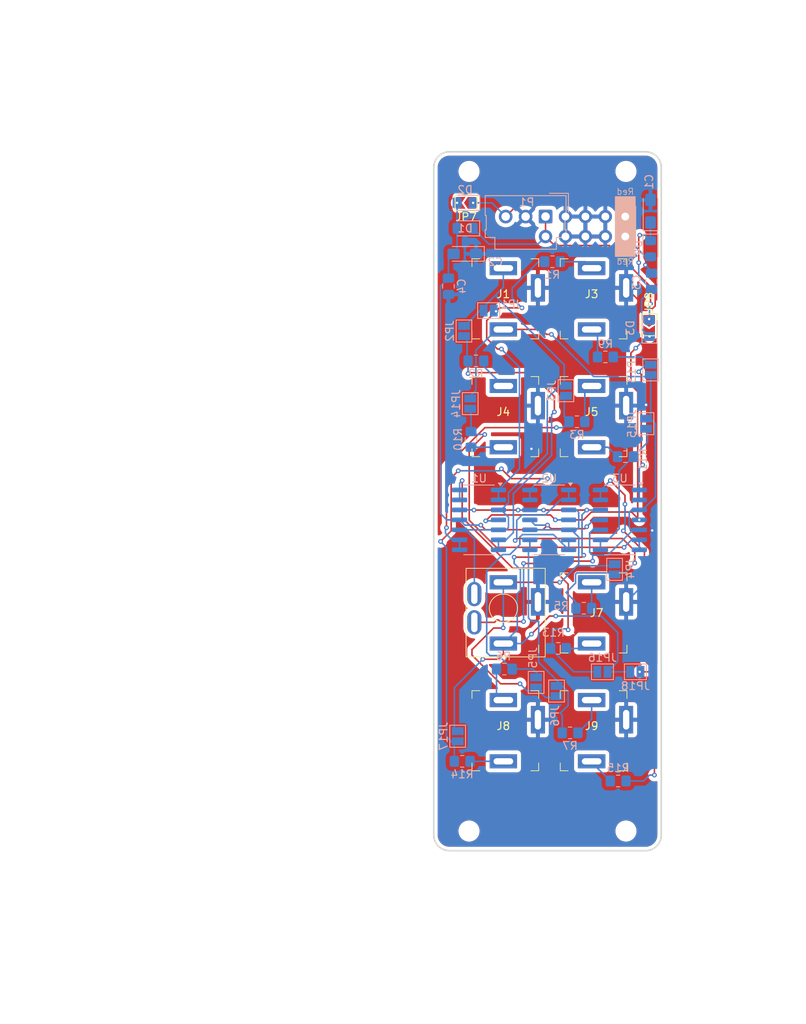
<source format=kicad_pcb>
(kicad_pcb (version 20240108) (generator "pcbnew") (generator_version "8.0")
  (layers (0 "F.Cu" signal) (31 "B.Cu" signal) (34 "B.Paste" user) (35 "F.Paste" user) (36 "B.SilkS" user "B.Silkscreen") (37 "F.SilkS" user "F.Silkscreen") (38 "B.Mask" user) (39 "F.Mask" user) (44 "Edge.Cuts" user))
  (net 0 "")
  (net 1 "Gnd")
  (net 2 "+12v")
  (net 3 "-12v")
  (net 4 "Net-(D1-K)")
  (net 5 "Net-(D2-K)")
  (net 6 "InputA_Audio")
  (net 7 "InputA_Clock")
  (net 8 "InputB_Clock")
  (net 9 "Net-(J3-PadR)")
  (net 10 "Net-(J3-PadT)")
  (net 11 "Net-(J4-PadT)")
  (net 12 "Net-(J4-PadR)")
  (net 13 "Net-(J5-PadT)")
  (net 14 "Net-(J5-PadR)")
  (net 15 "Net-(J7-PadR)")
  (net 16 "Net-(J7-PadT)")
  (net 17 "Net-(J8-PadR)")
  (net 18 "Net-(J8-PadT)")
  (net 19 "Net-(J9-PadT)")
  (net 20 "Net-(J9-PadR)")
  (net 21 "Net-(JP1-B)")
  (net 22 "Net-(JP2-B)")
  (net 23 "Net-(JP3-B)")
  (net 24 "Net-(JP4-B)")
  (net 25 "Net-(JP5-B)")
  (net 26 "Net-(JP6-B)")
  (net 27 "Net-(JP13-B)")
  (net 28 "Net-(JP14-B)")
  (net 29 "Net-(JP15-B)")
  (net 30 "Net-(JP16-B)")
  (net 31 "Net-(JP17-B)")
  (net 32 "Net-(JP18-B)")
  (net 33 "InputB_Audio")
  (footprint "MountingHole:MountingHole_2.2mm_M2" (layer "F.Cu") (at 85.25 115.875)
    (property "Reference" "H3")
    (property "Value" "MountingHole")
  )
  (footprint "MountingHole:MountingHole_2.2mm_M2" (layer "F.Cu") (at 105.25 115.875)
    (property "Reference" "H4")
    (property "Value" "MountingHole")
  )
  (footprint "MountingHole:MountingHole_2.2mm_M2" (layer "F.Cu") (at 105.25 31.875)
    (property "Reference" "H2")
    (property "Value" "MountingHole")
  )
  (footprint "0_Favorites:Jack_3.5mm_QingPu_WQP-PJ358Corrected" (layer "F.Cu") (at 89.625 87.5)
    (property "Reference" "J2" (hide yes))
    (property "Value" "In_B")
  )
  (footprint "0_Favorites:Jack_3.5mm_QingPu_WQP-PJ301CM" (layer "F.Cu") (at 100.875 87.5)
    (property "Reference" "J7")
    (property "Value" "Out_B1" (hide yes))
  )
  (footprint "Jumper:SolderJumper-2_P1.3mm_Open_TrianglePad1.0x1.5mm" (layer "F.Cu") (at 84.875 35.875 180)
    (property "Reference" "JP7")
    (property "Value" "V- Bypass")
  )
  (footprint "Jumper:SolderJumper-2_P1.3mm_Open_TrianglePad1.0x1.5mm" (layer "F.Cu") (at 108.2 51.4 -90)
    (property "Reference" "JP8")
    (property "Value" "V+ Bypass")
  )
  (footprint "0_Favorites:Jack_3.5mm_QingPu_WQP-PJ301CM" (layer "F.Cu") (at 89.625 47.5)
    (property "Reference" "J1")
    (property "Value" "In_A" (hide yes))
  )
  (footprint "MountingHole:MountingHole_2.2mm_M2" (layer "F.Cu") (at 85.25 31.875)
    (property "Reference" "H1")
    (property "Value" "MountingHole")
  )
  (footprint "0_Favorites:Jack_3.5mm_QingPu_WQP-PJ301CM" (layer "F.Cu") (at 89.625 62.5)
    (property "Reference" "J4")
    (property "Value" "Out_A2" (hide yes))
  )
  (footprint "0_Favorites:Jack_3.5mm_QingPu_WQP-PJ301CM" (layer "F.Cu") (at 100.875 102.5)
    (property "Reference" "J9")
    (property "Value" "Out_B3" (hide yes))
  )
  (footprint "0_Favorites:Jack_3.5mm_QingPu_WQP-PJ301CM" (layer "F.Cu") (at 89.625 102.5)
    (property "Reference" "J8")
    (property "Value" "Out_B2" (hide yes))
  )
  (footprint "0_Favorites:Jack_3.5mm_QingPu_WQP-PJ301CM" (layer "F.Cu") (at 100.875 62.5)
    (property "Reference" "J5")
    (property "Value" "Out_A3" (hide yes))
  )
  (footprint "0_Favorites:Jack_3.5mm_QingPu_WQP-PJ301CM" (layer "F.Cu") (at 100.875 47.5)
    (property "Reference" "J3")
    (property "Value" "Out_A1" (hide yes))
  )
  (footprint "Jumper:SolderJumper-2_P1.3mm_Open_Pad1.0x1.5mm" (layer "B.Cu") (at 102.25 95.6 180)
    (property "Reference" "JP16")
    (property "Value" "SolderJumper_2_Open")
  )
  (footprint "Jumper:SolderJumper-2_P1.3mm_Open_Pad1.0x1.5mm" (layer "B.Cu") (at 87.75 49.6)
    (property "Reference" "JP1")
    (property "Value" "SolderJumper_2_Open")
  )
  (footprint "Jumper:SolderJumper-2_P1.3mm_Open_Pad1.0x1.5mm" (layer "B.Cu") (at 108.4 57.15 90)
    (property "Reference" "JP13")
    (property "Value" "SolderJumper_2_Open")
  )
  (footprint "Resistor_SMD:R_0805_2012Metric_Pad1.20x1.40mm_HandSolder" (layer "B.Cu") (at 85.5 66 -90)
    (property "Reference" "R10")
    (property "Value" "1k")
  )
  (footprint "Capacitor_SMD:C_0805_2012Metric_Pad1.18x1.45mm_HandSolder" (layer "B.Cu") (at 108.5 45.875 90)
    (property "Reference" "C3")
    (property "Value" "100n")
  )
  (footprint "Jumper:SolderJumper-2_P1.3mm_Open_Pad1.0x1.5mm" (layer "B.Cu") (at 93.8 96.95 90)
    (property "Reference" "JP5")
    (property "Value" "SolderJumper_2_Open")
  )
  (footprint "CATs_Eurosynth:Power_2x5_Vertical" (layer "B.Cu") (at 95 37.625 -90)
    (property "Reference" "P2" (hide yes))
    (property "Value" "Power_2x5" (hide yes))
  )
  (footprint "Diode_SMD:D_0805_2012Metric_Pad1.15x1.40mm_HandSolder" (layer "B.Cu") (at 108.25 51.875 90)
    (property "Reference" "D3")
    (property "Value" "D")
  )
  (footprint "Capacitor_Tantalum_SMD:CP_EIA-3216-10_Kemet-I_Pad1.58x1.35mm_HandSolder" (layer "B.Cu") (at 108.375 36.9375 90)
    (property "Reference" "C1")
    (property "Value" "1u")
  )
  (footprint "Jumper:SolderJumper-2_P1.3mm_Open_Pad1.0x1.5mm" (layer "B.Cu") (at 96.4 98.05 90)
    (property "Reference" "JP6")
    (property "Value" "SolderJumper_2_Open")
  )
  (footprint "Resistor_SMD:R_0805_2012Metric_Pad1.20x1.40mm_HandSolder" (layer "B.Cu") (at 86.125 56)
    (property "Reference" "R2")
    (property "Value" "1k")
  )
  (footprint "Capacitor_SMD:C_0805_2012Metric_Pad1.18x1.45mm_HandSolder" (layer "B.Cu") (at 82.625 46.5 90)
    (property "Reference" "C4")
    (property "Value" "100n")
  )
  (footprint "Diode_SMD:D_0805_2012Metric_Pad1.15x1.40mm_HandSolder" (layer "B.Cu") (at 84.75 39.125 180)
    (property "Reference" "D1")
    (property "Value" "D")
  )
  (footprint "Jumper:SolderJumper-2_P1.3mm_Open_Pad1.0x1.5mm" (layer "B.Cu") (at 97.6 59.8 -90)
    (property "Reference" "JP3")
    (property "Value" "SolderJumper_2_Open")
  )
  (footprint "Resistor_SMD:R_0805_2012Metric_Pad1.20x1.40mm_HandSolder" (layer "B.Cu") (at 98.125 103.375)
    (property "Reference" "R7")
    (property "Value" "1k")
  )
  (footprint "Resistor_SMD:R_0805_2012Metric_Pad1.20x1.40mm_HandSolder" (layer "B.Cu") (at 102.625 55.5 180)
    (property "Reference" "R9")
    (property "Value" "1k")
  )
  (footprint "Package_SO:SOIC-14_3.9x8.7mm_P1.27mm" (layer "B.Cu") (at 86.525 76.25 180)
    (property "Reference" "U1")
    (property "Value" "Opamp_Quad")
  )
  (footprint "Jumper:SolderJumper-2_P1.3mm_Open_Pad1.0x1.5mm" (layer "B.Cu") (at 85.4 61.45 -90)
    (property "Reference" "JP14")
    (property "Value" "SolderJumper_2_Open")
  )
  (footprint "Resistor_SMD:R_0805_2012Metric_Pad1.20x1.40mm_HandSolder" (layer "B.Cu") (at 89.75 95.25 180)
    (property "Reference" "R6")
    (property "Value" "1k")
  )
  (footprint "Jumper:SolderJumper-2_P1.3mm_Open_Pad1.0x1.5mm" (layer "B.Cu") (at 84.6 52.2 -90)
    (property "Reference" "JP2")
    (property "Value" "SolderJumper_2_Open")
  )
  (footprint "Resistor_SMD:R_0805_2012Metric_Pad1.20x1.40mm_HandSolder" (layer "B.Cu") (at 95.875 43.375)
    (property "Reference" "R1")
    (property "Value" "1k")
  )
  (footprint "Resistor_SMD:R_0805_2012Metric_Pad1.20x1.40mm_HandSolder" (layer "B.Cu") (at 105.175 68.2 180)
    (property "Reference" "R11")
    (property "Value" "1k")
  )
  (footprint "Diode_SMD:D_0805_2012Metric_Pad1.15x1.40mm_HandSolder" (layer "B.Cu") (at 108.375 41.725 -90)
    (property "Reference" "D4")
    (property "Value" "D")
  )
  (footprint "Capacitor_Tantalum_SMD:CP_EIA-3216-10_Kemet-I_Pad1.58x1.35mm_HandSolder" (layer "B.Cu") (at 84.7125 42.375 180)
    (property "Reference" "C2")
    (property "Value" "1u")
  )
  (footprint "Jumper:SolderJumper-2_P1.3mm_Open_Pad1.0x1.5mm" (layer "B.Cu") (at 106.45 95.6)
    (property "Reference" "JP18")
    (property "Value" "SolderJumper_2_Open")
  )
  (footprint "Jumper:SolderJumper-2_P1.3mm_Open_Pad1.0x1.5mm" (layer "B.Cu") (at 103.8 82.55 -90)
    (property "Reference" "JP4")
    (property "Value" "SolderJumper_2_Open")
  )
  (footprint "Resistor_SMD:R_0805_2012Metric_Pad1.20x1.40mm_HandSolder" (layer "B.Cu") (at 104.25 109.5 180)
    (property "Reference" "R15")
    (property "Value" "1k")
  )
  (footprint "Resistor_SMD:R_0805_2012Metric_Pad1.20x1.40mm_HandSolder" (layer "B.Cu") (at 99.875 87.5)
    (property "Reference" "R5")
    (property "Value" "1k")
  )
  (footprint "Connector_Molex:Molex_SL_171971-0003_1x03_P2.54mm_Vertical" (layer "B.Cu") (at 95 37.625 180)
    (property "Reference" "P1")
    (property "Value" "Pocket Rack Power")
  )
  (footprint "Diode_SMD:D_0805_2012Metric_Pad1.15x1.40mm_HandSolder" (layer "B.Cu") (at 84.75 35.875 180)
    (property "Reference" "D2")
    (property "Value" "D")
  )
  (footprint "Resistor_SMD:R_0805_2012Metric_Pad1.20x1.40mm_HandSolder" (layer "B.Cu") (at 99 63.75)
    (property "Reference" "R3")
    (property "Value" "1k")
  )
  (footprint "Package_SO:SOIC-14_3.9x8.7mm_P1.27mm" (layer "B.Cu") (at 104.472554 76.250665 180)
    (property "Reference" "U3")
    (property "Value" "Opamp_Quad")
  )
  (footprint "Resistor_SMD:R_0805_2012Metric_Pad1.20x1.40mm_HandSolder" (layer "B.Cu") (at 96.625 92.625)
    (property "Reference" "R13")
    (property "Value" "1k")
  )
  (footprint "Jumper:SolderJumper-2_P1.3mm_Open_Pad1.0x1.5mm" (layer "B.Cu") (at 83.8 103.8 -90)
    (property "Reference" "JP17")
    (property "Value" "SolderJumper_2_Open")
  )
  (footprint "Jumper:SolderJumper-2_P1.3mm_Open_Pad1.0x1.5mm" (layer "B.Cu") (at 107.8 64 -90)
    (property "Reference" "JP15")
    (property "Value" "SolderJumper_2_Open")
  )
  (footprint "Resistor_SMD:R_0805_2012Metric_Pad1.20x1.40mm_HandSolder" (layer "B.Cu") (at 84.375 107)
    (property "Reference" "R14")
    (property "Value" "1k")
  )
  (footprint "Package_SO:SOIC-14_3.9x8.7mm_P1.27mm" (layer "B.Cu") (at 95.475 76.25 180)
    (property "Reference" "U2")
    (property "Value" "Opamp_Quad")
  )
  (gr_line (start 80.75 116.375) (end 80.75 31.375) (stroke (width 0.2)) (layer "Edge.Cuts"))
  (gr_line (start 109.75 31.375) (end 109.75 116.375) (stroke (width 0.2)) (layer "Edge.Cuts"))
  (gr_arc (start 107.75 29.375) (mid 109.164214 29.960786) (end 109.75 31.375) (stroke (width 0.2)) (layer "Edge.Cuts"))
  (gr_arc (start 80.75 31.375) (mid 81.335786 29.960786) (end 82.75 29.375) (stroke (width 0.2)) (layer "Edge.Cuts"))
  (gr_line (start 107.75 118.375) (end 82.75 118.375) (stroke (width 0.2)) (layer "Edge.Cuts"))
  (gr_arc (start 82.75 118.375) (mid 81.335786 117.789214) (end 80.75 116.375) (stroke (width 0.2)) (layer "Edge.Cuts"))
  (gr_arc (start 109.75 116.375) (mid 109.164214 117.789214) (end 107.75 118.375) (stroke (width 0.2)) (layer "Edge.Cuts"))
  (gr_line (start 82.75 29.375) (end 107.75 29.375) (stroke (width 0.2)) (layer "Edge.Cuts"))
  (segment (start 93 93.375) (end 93 93.5) (width 0.2) (layer "F.Cu") (net 1))
  (segment (start 108.975 45.043832) (end 108.975 48.998529) (width 0.2) (layer "F.Cu") (net 1))
  (segment (start 108.6 62.4) (end 107.8 61.6) (width 0.2) (layer "F.Cu") (net 1))
  (segment (start 93 93.5) (end 94.025 94.525) (width 0.2) (layer "F.Cu") (net 1))
  (segment (start 93.625 85.75) (end 93.348529 85.75) (width 0.2) (layer "F.Cu") (net 1))
  (segment (start 108.6 77.6) (end 108.6 62.4) (width 0.2) (layer "F.Cu") (net 1))
  (segment (start 107.925 49.35) (end 105.275 46.7) (width 0.2) (layer "F.Cu") (net 1))
  (segment (start 102.925 86.7) (end 105.275 86.7) (width 0.2) (layer "F.Cu") (net 1))
  (segment (start 96.25 93.375) (end 102.925 86.7) (width 0.2) (layer "F.Cu") (net 1))
  (segment (start 94.025 94.525) (end 94.025 101.7) (width 0.2) (layer "F.Cu") (net 1))
  (segment (start 107.732589 43.801421) (end 108.975 45.043832) (width 0.2) (layer "F.Cu") (net 1))
  (segment (start 108.975 48.998529) (end 108.623529 49.35) (width 0.2) (layer "F.Cu") (net 1))
  (segment (start 94.025 61.7) (end 94.423529 61.7) (width 0.2) (layer "F.Cu") (net 1))
  (segment (start 108.623529 49.35) (end 107.925 49.35) (width 0.2) (layer "F.Cu") (net 1))
  (segment (start 93 93.375) (end 96.25 93.375) (width 0.2) (layer "F.Cu") (net 1))
  (via (at 107.732589 43.801421) (size 0.6) (drill 0.3) (layers "F.Cu" "B.Cu") (net 1))
  (via (at 108.6 77.6) (size 0.6) (drill 0.3) (layers "F.Cu" "B.Cu") (net 1))
  (via (at 93.2 67.2) (size 0.6) (drill 0.3) (layers "F.Cu" "B.Cu") (net 1))
  (via (at 107.8 61.6) (size 0.6) (drill 0.3) (layers "F.Cu" "B.Cu") (net 1))
  (segment (start 108.5 44.8375) (end 108.5 44.568832) (width 0.2) (layer "B.Cu") (net 1))
  (segment (start 105.275 86.7) (end 108.6 83.375) (width 0.2) (layer "B.Cu") (net 1))
  (segment (start 107.8 61.6) (end 107.2 61.6) (width 0.2) (layer "B.Cu") (net 1))
  (segment (start 107.2 61.6) (end 107.1 61.7) (width 0.2) (layer "B.Cu") (net 1))
  (segment (start 107.1 61.7) (end 105.275 61.7) (width 0.2) (layer "B.Cu") (net 1))
  (segment (start 108.5 44.568832) (end 107.732589 43.801421) (width 0.2) (layer "B.Cu") (net 1))
  (segment (start 108.6 83.375) (end 108.6 77.6) (width 0.2) (layer "B.Cu") (net 1))
  (segment (start 93.625 85.75) (end 93.625 85.875) (width 0.2) (layer "B.Cu") (net 1))
  (segment (start 106.75 59.925) (end 105.875 59.05) (width 0.2) (layer "F.Cu") (net 2))
  (segment (start 105.946889 75.25) (end 100.848529 75.25) (width 0.2) (layer "F.Cu") (net 2))
  (segment (start 88.125 75.625) (end 87.375 76.375) (width 0.2) (layer "F.Cu") (net 2))
  (segment (start 106.947554 76.250665) (end 106.75 76.053111) (width 0.2) (layer "F.Cu") (net 2))
  (segment (start 106.875 43.5) (end 106.875 40.125) (width 0.2) (layer "F.Cu") (net 2))
  (segment (start 106.947554 76.250665) (end 105.946889 75.25) (width 0.2) (layer "F.Cu") (net 2))
  (segment (start 96.25 76.25) (end 95.625 75.625) (width 0.2) (layer "F.Cu") (net 2))
  (segment (start 99.848529 76.25) (end 96.25 76.25) (width 0.2) (layer "F.Cu") (net 2))
  (segment (start 106.875 40.125) (end 107 40) (width 0.2) (layer "F.Cu") (net 2))
  (segment (start 105.875 55) (end 106.5 54.375) (width 0.2) (layer "F.Cu") (net 2))
  (segment (start 108.2 52.125) (end 108.2 52.85) (width 0.2) (layer "F.Cu") (net 2))
  (segment (start 95.625 75.625) (end 88.125 75.625) (width 0.2) (layer "F.Cu") (net 2))
  (segment (start 108.2 52.85) (end 108.25 52.9) (width 0.2) (layer "F.Cu") (net 2))
  (segment (start 105.875 59.05) (end 105.875 55) (width 0.2) (layer "F.Cu") (net 2))
  (segment (start 100.848529 75.25) (end 99.848529 76.25) (width 0.2) (layer "F.Cu") (net 2))
  (segment (start 106.75 76.053111) (end 106.75 59.925) (width 0.2) (layer "F.Cu") (net 2))
  (via (at 87.375 76.375) (size 0.6) (drill 0.3) (layers "F.Cu" "B.Cu") (net 2))
  (via (at 108.25 52.9) (size 0.6) (drill 0.3) (layers "F.Cu" "B.Cu") (net 2))
  (via (at 106.947554 76.250665) (size 0.6) (drill 0.3) (layers "F.Cu" "B.Cu") (net 2))
  (via (at 106.5 54.375) (size 0.6) (drill 0.3) (layers "F.Cu" "B.Cu") (net 2))
  (via (at 107 40) (size 0.6) (drill 0.3) (layers "F.Cu" "B.Cu") (net 2))
  (via (at 96.25 76.25) (size 0.6) (drill 0.3) (layers "F.Cu" "B.Cu") (net 2))
  (via (at 106.875 43.5) (size 0.6) (drill 0.3) (layers "F.Cu" "B.Cu") (net 2))
  (segment (start 88.875 76.375) (end 89 76.25) (width 0.2) (layer "B.Cu") (net 2))
  (segment (start 108.5 46.9125) (end 106.875 45.2875) (width 0.2) (layer "B.Cu") (net 2))
  (segment (start 87.375 76.375) (end 88.875 76.375) (width 0.2) (layer "B.Cu") (net 2))
  (segment (start 106.875 45.2875) (end 106.875 43.5) (width 0.2) (layer "B.Cu") (net 2))
  (segment (start 96.25 76.25) (end 97.95 76.25) (width 0.2) (layer "B.Cu") (net 2))
  (segment (start 108.25 52.9) (end 107.975 52.9) (width 0.2) (layer "B.Cu") (net 2))
  (segment (start 107.25 48.1625) (end 107.25 51.9) (width 0.2) (layer "B.Cu") (net 2))
  (segment (start 107.25 51.9) (end 108.25 52.9) (width 0.2) (layer "B.Cu") (net 2))
  (segment (start 108.375 38.375) (end 108.375 40.7) (width 0.2) (layer "B.Cu") (net 2))
  (segment (start 108.5 46.9125) (end 107.25 48.1625) (width 0.2) (layer "B.Cu") (net 2))
  (segment (start 107.975 52.9) (end 106.5 54.375) (width 0.2) (layer "B.Cu") (net 2))
  (segment (start 107 40) (end 107.675 40) (width 0.2) (layer "B.Cu") (net 2))
  (segment (start 107.675 40) (end 108.375 40.7) (width 0.2) (layer "B.Cu") (net 2))
  (segment (start 95.25 76.92) (end 94.67 77.5) (width 0.2) (layer "F.Cu") (net 3))
  (segment (start 84.15 35.875) (end 83.725 35.875) (width 0.2) (layer "F.Cu") (net 3))
  (segment (start 94.67 77.5) (end 87.33 77.5) (width 0.2) (layer "F.Cu") (net 3))
  (segment (start 95.705 77.375) (end 100 77.375) (width 0.2) (layer "F.Cu") (net 3))
  (segment (start 100 77.375) (end 100.25 77.125) (width 0.2) (layer "F.Cu") (net 3))
  (segment (start 87.33 77.5) (end 86.75 76.92) (width 0.2) (layer "F.Cu") (net 3))
  (segment (start 95.25 76.92) (end 95.705 77.375) (width 0.2) (layer "F.Cu") (net 3))
  (via (at 95.25 76.92) (size 0.6) (drill 0.3) (layers "F.Cu" "B.Cu") (net 3))
  (via (at 100.25 77.125) (size 0.6) (drill 0.3) (layers "F.Cu" "B.Cu") (net 3))
  (via (at 83.725 35.875) (size 0.6) (drill 0.3) (layers "F.Cu" "B.Cu") (net 3))
  (via (at 86.75 76.92) (size 0.6) (drill 0.3) (layers "F.Cu" "B.Cu") (net 3))
  (segment (start 83.725 41.925) (end 83.275 42.375) (width 0.2) (layer "B.Cu") (net 3))
  (segment (start 84.05 76.25) (end 82.4125 76.25) (width 0.2) (layer "B.Cu") (net 3))
  (segment (start 82.625 45.4625) (end 82.625 43.025) (width 0.2) (layer "B.Cu") (net 3))
  (segment (start 93.67 76.92) (end 93 76.25) (width 0.2) (layer "B.Cu") (net 3))
  (segment (start 82.625 43.025) (end 83.275 42.375) (width 0.2) (layer "B.Cu") (net 3))
  (segment (start 86.75 76.92) (end 84.72 76.92) (width 0.2) (layer "B.Cu") (net 3))
  (segment (start 83.725 35.875) (end 83.725 39.125) (width 0.2) (layer "B.Cu") (net 3))
  (segment (start 95.25 76.92) (end 93.67 76.92) (width 0.2) (layer "B.Cu") (net 3))
  (segment (start 81.6 46.4875) (end 82.625 45.4625) (width 0.2) (layer "B.Cu") (net 3))
  (segment (start 81.6 75.4375) (end 81.6 46.4875) (width 0.2) (layer "B.Cu") (net 3))
  (segment (start 83.725 39.125) (end 83.725 41.925) (width 0.2) (layer "B.Cu") (net 3))
  (segment (start 82.4125 76.25) (end 81.6 75.4375) (width 0.2) (layer "B.Cu") (net 3))
  (segment (start 84.72 76.92) (end 84.05 76.25) (width 0.2) (layer "B.Cu") (net 3))
  (segment (start 101.124335 76.250665) (end 101.997554 76.250665) (width 0.2) (layer "B.Cu") (net 3))
  (segment (start 100.25 77.125) (end 101.124335 76.250665) (width 0.2) (layer "B.Cu") (net 3))
  (segment (start 108.2 50.6) (end 108.2 50.675) (width 0.2) (layer "F.Cu") (net 4))
  (segment (start 96.15 41.315) (end 95 40.165) (width 0.2) (layer "F.Cu") (net 4))
  (segment (start 103.14 41.315) (end 96.15 41.315) (width 0.2) (layer "F.Cu") (net 4))
  (segment (start 108.375 46.55) (end 103.14 41.315) (width 0.2) (layer "F.Cu") (net 4))
  (segment (start 95 37.625) (end 95 40.165) (width 0.2) (layer "F.Cu") (net 4))
  (segment (start 108.375 48.75) (end 108.375 46.55) (width 0.2) (layer "F.Cu") (net 4))
  (via (at 108.375 48.75) (size 0.6) (drill 0.3) (layers "F.Cu" "B.Cu") (net 4))
  (via (at 108.2 50.675) (size 0.6) (drill 0.3) (layers "F.Cu" "B.Cu") (net 4))
  (segment (start 85.775 39.125) (end 87.775 41.125) (width 0.2) (layer "B.Cu") (net 4))
  (segment (start 108.25 50.85) (end 108.25 48.875) (width 0.2) (layer "B.Cu") (net 4))
  (segment (start 94.04 41.125) (end 95 40.165) (width 0.2) (layer "B.Cu") (net 4))
  (segment (start 108.25 48.875) (end 108.375 48.75) (width 0.2) (layer "B.Cu") (net 4))
  (segment (start 87.775 41.125) (end 94.04 41.125) (width 0.2) (layer "B.Cu") (net 4))
  (segment (start 105.16 37.625) (end 103.16 35.625) (width 0.2) (layer "F.Cu") (net 5))
  (segment (start 85.6 35.875) (end 85.775 35.875) (width 0.2) (layer "F.Cu") (net 5))
  (segment (start 91.92 35.625) (end 89.92 37.625) (width 0.2) (layer "F.Cu") (net 5))
  (segment (start 103.16 35.625) (end 91.92 35.625) (width 0.2) (layer "F.Cu") (net 5))
  (segment (start 105.16 37.625) (end 105.16 40.165) (width 0.2) (layer "F.Cu") (net 5))
  (via (at 85.775 35.875) (size 0.6) (drill 0.3) (layers "F.Cu" "B.Cu") (net 5))
  (segment (start 88.17 35.875) (end 89.92 37.625) (width 0.2) (layer "B.Cu") (net 5))
  (segment (start 107.745 42.75) (end 105.16 40.165) (width 0.2) (layer "B.Cu") (net 5))
  (segment (start 85.775 35.875) (end 88.17 35.875) (width 0.2) (layer "B.Cu") (net 5))
  (segment (start 108.375 42.75) (end 107.745 42.75) (width 0.2) (layer "B.Cu") (net 5))
  (segment (start 89.625 44.2) (end 89.625 46.625) (width 0.2) (layer "B.Cu") (net 6))
  (segment (start 85.875 78.625) (end 84.77 77.52) (width 0.2) (layer "B.Cu") (net 6))
  (segment (start 89.345552 74.98) (end 89 74.98) (width 0.2) (layer "B.Cu") (net 6))
  (segment (start 89.625 46.625) (end 88.75 47.5) (width 0.2) (layer "B.Cu") (net 6))
  (segment (start 88.75 47.875) (end 88.75 47.5) (width 0.2) (layer "B.Cu") (net 6))
  (segment (start 89 77.52) (end 89.974999 77.52) (width 0.2) (layer "B.Cu") (net 6))
  (segment (start 97.375 56.5) (end 88.75 47.875) (width 0.2) (layer "B.Cu") (net 6))
  (segment (start 89.974999 77.52) (end 90.275 77.219999) (width 0.2) (layer "B.Cu") (net 6))
  (segment (start 88.75 47.5) (end 85 51.25) (width 0.2) (layer "B.Cu") (net 6))
  (segment (start 85.875 78.625) (end 85.925 78.675) (width 0.2) (layer "B.Cu") (net 6))
  (segment (start 85.925 78.675) (end 85.925 85.7) (width 0.2) (layer "B.Cu") (net 6))
  (segment (start 90.275 75.909448) (end 89.345552 74.98) (width 0.2) (layer "B.Cu") (net 6))
  (segment (start 84.77 77.52) (end 84.05 77.52) (width 0.2) (layer "B.Cu") (net 6))
  (segment (start 90.275 72.780552) (end 90.275 74.050552) (width 0.2) (layer "B.Cu") (net 6))
  (segment (start 90.275 77.219999) (end 90.275 75.909448) (width 0.2) (layer "B.Cu") (net 6))
  (segment (start 97.375 58.625) (end 95.225 60.775) (width 0.2) (layer "B.Cu") (net 6))
  (segment (start 97.375 58.625) (end 97.375 56.5) (width 0.2) (layer "B.Cu") (net 6))
  (segment (start 89 77.52) (end 84.05 77.52) (width 0.2) (layer "B.Cu") (net 6))
  (segment (start 95.225 60.775) (end 95.225 67.830552) (width 0.2) (layer "B.Cu") (net 6))
  (segment (start 90.275 74.050552) (end 89.345552 74.98) (width 0.2) (layer "B.Cu") (net 6))
  (segment (start 95.225 67.830552) (end 90.275 72.780552) (width 0.2) (layer "B.Cu") (net 6))
  (segment (start 98.325 81.8) (end 98.625 81.5) (width 0.2) (layer "F.Cu") (net 7))
  (segment (start 88.8 89) (end 89 89) (width 0.2) (layer "F.Cu") (net 7))
  (segment (start 98.625 81.5) (end 101 81.5) (width 0.2) (layer "F.Cu") (net 7))
  (segment (start 95.125 52.625) (end 94.5 52) (width 0.2) (layer "F.Cu") (net 7))
  (segment (start 88.5 89.3) (end 88.8 89) (width 0.2) (layer "F.Cu") (net 7))
  (segment (start 94.5 52) (end 89.625 52) (width 0.2) (layer "F.Cu") (net 7))
  (segment (start 85.925 89.3) (end 88.5 89.3) (width 0.2) (layer "F.Cu") (net 7))
  (segment (start 92.2 81.8) (end 98.325 81.8) (width 0.2) (layer "F.Cu") (net 7))
  (segment (start 89.2 89.2) (end 92.2 89.2) (width 0.2) (layer "F.Cu") (net 7))
  (segment (start 95.75 52.625) (end 95.125 52.625) (width 0.2) (layer "F.Cu") (net 7))
  (segment (start 89 89) (end 89.2 89.2) (width 0.2) (layer "F.Cu") (net 7))
  (via (at 101 81.5) (size 0.6) (drill 0.3) (layers "F.Cu" "B.Cu") (net 7))
  (via (at 92.2 89.2) (size 0.6) (drill 0.3) (layers "F.Cu" "B.Cu") (net 7))
  (via (at 95.75 52.625) (size 0.6) (drill 0.3) (layers "F.Cu" "B.Cu") (net 7))
  (via (at 92.2 81.8) (size 0.6) (drill 0.3) (layers "F.Cu" "B.Cu") (net 7))
  (segment (start 109 73.33633) (end 107.355665 74.980665) (width 0.2) (layer "B.Cu") (net 7))
  (segment (start 89.625 52) (end 88.775 52) (width 0.2) (layer "B.Cu") (net 7))
  (segment (start 100.625 80.375) (end 101 80.75) (width 0.2) (layer "B.Cu") (net 7))
  (segment (start 106.947554 74.980665) (end 105.972555 74.980665) (width 0.2) (layer "B.Cu") (net 7))
  (segment (start 101.997554 77.520665) (end 101.022555 77.520665) (width 0.2) (layer "B.Cu") (net 7))
  (segment (start 108.4 63.4) (end 109 64) (width 0.2) (layer "B.Cu") (net 7))
  (segment (start 100.625 77.91822) (end 100.625 80.375) (width 0.2) (layer "B.Cu") (net 7))
  (segment (start 95.75 52.625) (end 101.125 58) (width 0.2) (layer "B.Cu") (net 7))
  (segment (start 101.022555 77.520665) (end 100.625 77.91822) (width 0.2) (layer "B.Cu") (net 7))
  (segment (start 109 64) (end 109 73.33633) (width 0.2) (layer "B.Cu") (net 7))
  (segment (start 92.2 89.2) (end 92.2 81.8) (width 0.2) (layer "B.Cu") (net 7))
  (segment (start 107.355665 74.980665) (end 106.947554 74.980665) (width 0.2) (layer "B.Cu") (net 7))
  (segment (start 108.2 58) (end 108.4 57.8) (width 0.2) (layer "B.Cu") (net 7))
  (segment (start 105.672554 77.220664) (end 105.972555 77.520665) (width 0.2) (layer "B.Cu") (net 7))
  (segment (start 88.775 52) (end 86.125 54.65) (width 0.2) (layer "B.Cu") (net 7))
  (segment (start 106.153106 77.520665) (end 106.947554 77.520665) (width 0.2) (layer "B.Cu") (net 7))
  (segment (start 105.972555 77.520665) (end 106.947554 77.520665) (width 0.2) (layer "B.Cu") (net 7))
  (segment (start 86.125 59.75) (end 85.375 60.5) (width 0.2) (layer "B.Cu") (net 7))
  (segment (start 108.4 57.8) (end 108.4 63.4) (width 0.2) (layer "B.Cu") (net 7))
  (segment (start 102.923771 80.75) (end 106.153106 77.520665) (width 0.2) (layer "B.Cu") (net 7))
  (segment (start 101 81.5) (end 101 80.75) (width 0.2) (layer "B.Cu") (net 7))
  (segment (start 86.125 54.65) (end 86.125 59.75) (width 0.2) (layer "B.Cu") (net 7))
  (segment (start 101 80.75) (end 102.923771 80.75) (width 0.2) (layer "B.Cu") (net 7))
  (segment (start 105.672554 75.280666) (end 105.672554 77.220664) (width 0.2) (layer "B.Cu") (net 7))
  (segment (start 101.125 58) (end 108.2 58) (width 0.2) (layer "B.Cu") (net 7))
  (segment (start 105.972555 74.980665) (end 105.672554 75.280666) (width 0.2) (layer "B.Cu") (net 7))
  (segment (start 94.75 75) (end 100.25 75) (width 0.2) (layer "F.Cu") (net 8))
  (segment (start 87 94) (end 88.956371 94) (width 0.2) (layer "F.Cu") (net 8))
  (segment (start 89.625 93.331371) (end 88.956371 94) (width 0.2) (layer "F.Cu") (net 8))
  (segment (start 89.625 92) (end 89.625 93.331371) (width 0.2) (layer "F.Cu") (net 8))
  (segment (start 99.625 81) (end 91 81) (width 0.2) (layer "F.Cu") (net 8))
  (segment (start 85.875 75) (end 91.5 75) (width 0.2) (layer "F.Cu") (net 8))
  (segment (start 99.875 80.75) (end 99.625 81) (width 0.2) (layer "F.Cu") (net 8))
  (segment (start 95.5 88.5) (end 96.3 88.5) (width 0.2) (layer "F.Cu") (net 8))
  (segment (start 93.2 90.8) (end 95.5 88.5) (width 0.2) (layer "F.Cu") (net 8))
  (via (at 91.5 75) (size 0.6) (drill 0.3) (layers "F.Cu" "B.Cu") (net 8))
  (via (at 85.875 75) (size 0.6) (drill 0.3) (layers "F.Cu" "B.Cu") (net 8))
  (via (at 93.2 90.8) (size 0.6) (drill 0.3) (layers "F.Cu" "B.Cu") (net 8))
  (via (at 87 94) (size 0.6) (drill 0.3) (layers "F.Cu" "B.Cu") (net 8))
  (via (at 94.75 75) (size 0.6) (drill 0.3) (layers "F.Cu" "B.Cu") (net 8))
  (via (at 96.3 88.5) (size 0.6) (drill 0.3) (layers "F.Cu" "B.Cu") (net 8))
  (via (at 91 81) (size 0.6) (drill 0.3) (layers "F.Cu" "B.Cu") (net 8))
  (via (at 100.25 75) (size 0.6) (drill 0.3) (layers "F.Cu" "B.Cu") (net 8))
  (via (at 99.875 80.75) (size 0.6) (drill 0.3) (layers "F.Cu" "B.Cu") (net 8))
  (segment (start 91.5 75) (end 92.98 75) (width 0.2) (layer "B.Cu") (net 8))
  (segment (start 99.875 80.75) (end 99.65 80.525) (width 0.2) (layer "B.Cu") (net 8))
  (segment (start 105.8 95.6) (end 102.9 95.6) (width 0.2) (layer "B.Cu") (net 8))
  (segment (start 85.855 74.98) (end 85.875 75) (width 0.2) (layer "B.Cu") (net 8))
  (segment (start 91.8 85.234315) (end 91.4 85.634315) (width 0.2) (layer "B.Cu") (net 8))
  (segment (start 96.25 88.5) (end 96.3 88.5) (width 0.2) (layer "B.Cu") (net 8))
  (segment (start 83.375 102.875) (end 83.375 97.625) (width 0.2) (layer "B.Cu") (net 8))
  (segment (start 101.978219 75) (end 101.997554 74.980665) (width 0.2) (layer "B.Cu") (net 8))
  (segment (start 96.3 88.5) (end 102.1 88.5) (width 0.2) (layer "B.Cu") (net 8))
  (segment (start 91 81.8) (end 91.8 82.6) (width 0.2) (layer "B.Cu") (net 8))
  (segment (start 84.05 74.98) (end 85.855 74.98) (width 0.2) (layer "B.Cu") (net 8))
  (segment (start 91.8 82.6) (end 91.8 85.234315) (width 0.2) (layer "B.Cu") (net 8))
  (segment (start 104.2 90.6) (end 104.2 94.3) (width 0.2) (layer "B.Cu") (net 8))
  (segment (start 91.4 90.225) (end 89.625 92) (width 0.2) (layer "B.Cu") (net 8))
  (segment (start 92 92) (end 93.2 90.8) (width 0.2) (layer "B.Cu") (net 8))
  (segment (start 102.1 88.5) (end 104.2 90.6) (width 0.2) (layer "B.Cu") (net 8))
  (segment (start 91.4 85.634315) (end 91.4 90.225) (width 0.2) (layer "B.Cu") (net 8))
  (segment (start 91 81) (end 91 81.8) (width 0.2) (layer "B.Cu") (net 8))
  (segment (start 83.375 97.625) (end 87 94) (width 0.2) (layer "B.Cu") (net 8))
  (segment (start 99.65 80.525) (end 99.65 75.6) (width 0.2) (layer "B.Cu") (net 8))
  (segment (start 94.73 74.98) (end 94.75 75) (width 0.2) (layer "B.Cu") (net 8))
  (segment (start 93 74.98) (end 94.73 74.98) (width 0.2) (layer "B.Cu") (net 8))
  (segment (start 89.625 92) (end 92 92) (width 0.2) (layer "B.Cu") (net 8))
  (segment (start 100.25 75) (end 101.978219 75) (width 0.2) (layer "B.Cu") (net 8))
  (segment (start 99.65 75.6) (end 100.25 75) (width 0.2) (layer "B.Cu") (net 8))
  (segment (start 92.98 75) (end 93 74.98) (width 0.2) (layer "B.Cu") (net 8))
  (segment (start 104.2 94.3) (end 102.9 95.6) (width 0.2) (layer "B.Cu") (net 8))
  (segment (start 100.05 43.375) (end 100.875 44.2) (width 0.2) (layer "B.Cu") (net 9))
  (segment (start 96.875 43.375) (end 100.05 43.375) (width 0.2) (layer "B.Cu") (net 9))
  (segment (start 101.625 52.75) (end 100.875 52) (width 0.2) (layer "B.Cu") (net 10))
  (segment (start 101.625 55.5) (end 101.625 52.75) (width 0.2) (layer "B.Cu") (net 10))
  (segment (start 89.625 67) (end 85.5 67) (width 0.2) (layer "B.Cu") (net 11))
  (segment (start 87.125 56) (end 87.125 56.7) (width 0.2) (layer "B.Cu") (net 12))
  (segment (start 87.125 56.7) (end 89.625 59.2) (width 0.2) (layer "B.Cu") (net 12))
  (segment (start 102.975 67) (end 104.175 68.2) (width 0.2) (layer "B.Cu") (net 13))
  (segment (start 100.875 67) (end 102.975 67) (width 0.2) (layer "B.Cu") (net 13))
  (segment (start 100 63.75) (end 100 60.075) (width 0.2) (layer "B.Cu") (net 14))
  (segment (start 100 60.075) (end 100.875 59.2) (width 0.2) (layer "B.Cu") (net 14))
  (segment (start 100.875 84.2) (end 100.875 87.5) (width 0.2) (layer "B.Cu") (net 15))
  (segment (start 97.625 92.625) (end 100.25 92.625) (width 0.2) (layer "B.Cu") (net 16))
  (segment (start 100.25 92.625) (end 100.875 92) (width 0.2) (layer "B.Cu") (net 16))
  (segment (start 88.75 98.325) (end 89.625 99.2) (width 0.2) (layer "B.Cu") (net 17))
  (segment (start 88.75 95.25) (end 88.75 98.325) (width 0.2) (layer "B.Cu") (net 17))
  (segment (start 85.375 107) (end 89.625 107) (width 0.2) (layer "B.Cu") (net 18))
  (segment (start 100.875 107) (end 100.875 107.125) (width 0.2) (layer "B.Cu") (net 19))
  (segment (start 100.875 107.125) (end 103.25 109.5) (width 0.2) (layer "B.Cu") (net 19))
  (segment (start 100.875 101.625) (end 99.125 103.375) (width 0.2) (layer "B.Cu") (net 20))
  (segment (start 100.875 99.2) (end 100.875 101.625) (width 0.2) (layer "B.Cu") (net 20))
  (segment (start 88.6875 49.6875) (end 89.125 49.25) (width 0.2) (layer "F.Cu") (net 21))
  (segment (start 87.5 53.125) (end 87.5 50.875) (width 0.2) (layer "F.Cu") (net 21))
  (segment (start 87.5 50.875) (end 88.6875 49.6875) (width 0.2) (layer "F.Cu") (net 21))
  (segment (start 89.375 54.5) (end 88.875 54.5) (width 0.2) (layer "F.Cu") (net 21))
  (segment (start 88.875 54.5) (end 87.5 53.125) (width 0.2) (layer "F.Cu") (net 21))
  (segment (start 89.125 49.25) (end 92 49.25) (width 0.2) (layer "F.Cu") (net 21))
  (via (at 92 49.25) (size 0.6) (drill 0.3) (layers "F.Cu" "B.Cu") (net 21))
  (via (at 89.375 54.5) (size 0.6) (drill 0.3) (layers "F.Cu" "B.Cu") (net 21))
  (via (at 88.6875 49.6875) (size 0.6) (drill 0.3) (layers "F.Cu" "B.Cu") (net 21))
  (segment (start 90.75 46.725) (end 94.1 43.375) (width 0.2) (layer "B.Cu") (net 21))
  (segment (start 90.75 48) (end 90.75 46.725) (width 0.2) (layer "B.Cu") (net 21))
  (segment (start 94.1 43.375) (end 94.875 43.375) (width 0.2) (layer "B.Cu") (net 21))
  (segment (start 88.4 49.6) (end 88.6 49.6) (width 0.2) (layer "B.Cu") (net 21))
  (segment (start 89 72.44) (end 91.675 69.765) (width 0.2) (layer "B.Cu") (net 21))
  (segment (start 89 72.44) (end 89 73.71) (width 0.2) (layer "B.Cu") (net 21))
  (segment (start 91.675 69.765) (end 91.675 56.8) (width 0.2) (layer "B.Cu") (net 21))
  (segment (start 92 49.25) (end 90.75 48) (width 0.2) (layer "B.Cu") (net 21))
  (segment (start 91.675 56.8) (end 89.375 54.5) (width 0.2) (layer "B.Cu") (net 21))
  (segment (start 88.6 49.6) (end 88.6875 49.6875) (width 0.2) (layer "B.Cu") (net 21))
  (segment (start 96.125 62.5) (end 96.125 60.55) (width 0.2) (layer "F.Cu") (net 22))
  (segment (start 85.25 57.5) (end 85.125 57.625) (width 0.2) (layer "F.Cu") (net 22))
  (segment (start 85.25 57.5) (end 93.075 57.5) (width 0.2) (layer "F.Cu") (net 22))
  (segment (start 96.125 60.55) (end 93.075 57.5) (width 0.2) (layer "F.Cu") (net 22))
  (via (at 85.125 57.625) (size 0.6) (drill 0.3) (layers "F.Cu" "B.Cu") (net 22))
  (via (at 96.125 62.5) (size 0.6) (drill 0.3) (layers "F.Cu" "B.Cu") (net 22))
  (segment (start 89 78.79) (end 89.974999 78.79) (width 0.2) (layer "B.Cu") (net 22))
  (segment (start 85 55.875) (end 85.125 56) (width 0.2) (layer "B.Cu") (net 22))
  (segment (start 89.974999 78.79) (end 90.9 77.864999) (width 0.2) (layer "B.Cu") (net 22))
  (segment (start 89 78.79) (end 89 80.06) (width 0.2) (layer "B.Cu") (net 22))
  (segment (start 85 53.25) (end 85 55.875) (width 0.2) (layer "B.Cu") (net 22))
  (segment (start 85.125 57.625) (end 85.125 56) (width 0.2) (layer "B.Cu") (net 22))
  (segment (start 95.775 68.049448) (end 95.775 62.85) (width 0.2) (layer "B.Cu") (net 22))
  (segment (start 90.9 72.924448) (end 95.775 68.049448) (width 0.2) (layer "B.Cu") (net 22))
  (segment (start 95.775 62.85) (end 96.125 62.5) (width 0.2) (layer "B.Cu") (net 22))
  (segment (start 90.9 77.864999) (end 90.9 72.924448) (width 0.2) (layer "B.Cu") (net 22))
  (segment (start 82.375 77.25) (end 82.375 69.401471) (width 0.2) (layer "F.Cu") (net 23))
  (segment (start 82.375 69.401471) (end 87.276471 64.5) (width 0.2) (layer "F.Cu") (net 23))
  (segment (start 87.276471 64.5) (end 96.375 64.5) (width 0.2) (layer "F.Cu") (net 23))
  (via (at 96.375 64.5) (size 0.6) (drill 0.3) (layers "F.Cu" "B.Cu") (net 23))
  (via (at 82.375 77.25) (size 0.6) (drill 0.3) (layers "F.Cu" "B.Cu") (net 23))
  (segment (start 97.375 60.625) (end 97.375 63.125) (width 0.2) (layer "B.Cu") (net 23))
  (segment (start 97.25 64.5) (end 98 63.75) (width 0.2) (layer "B.Cu") (net 23))
  (segment (start 96.375 64.5) (end 97.25 64.5) (width 0.2) (layer "B.Cu") (net 23))
  (segment (start 83.075001 78.79) (end 82.25 77.964999) (width 0.2) (layer "B.Cu") (net 23))
  (segment (start 84.05 78.79) (end 83.075001 78.79) (width 0.2) (layer "B.Cu") (net 23))
  (segment (start 97.375 63.125) (end 98 63.75) (width 0.2) (layer "B.Cu") (net 23))
  (segment (start 82.25 77.375) (end 82.375 77.25) (width 0.2) (layer "B.Cu") (net 23))
  (segment (start 82.25 77.964999) (end 82.25 77.375) (width 0.2) (layer "B.Cu") (net 23))
  (segment (start 84.05 78.79) (end 84.05 80.06) (width 0.2) (layer "B.Cu") (net 23))
  (segment (start 106.375 81.75) (end 106.375 80.203137) (width 0.2) (layer "F.Cu") (net 24))
  (segment (start 91.375 78.625) (end 91.125 78.875) (width 0.2) (layer "F.Cu") (net 24))
  (segment (start 104.796863 78.625) (end 91.375 78.625) (width 0.2) (layer "F.Cu") (net 24))
  (segment (start 106.375 80.203137) (end 104.796863 78.625) (width 0.2) (layer "F.Cu") (net 24))
  (via (at 91.125 78.875) (size 0.6) (drill 0.3) (layers "F.Cu" "B.Cu") (net 24))
  (via (at 106.375 81.75) (size 0.6) (drill 0.3) (layers "F.Cu" "B.Cu") (net 24))
  (segment (start 97.95 72.44) (end 97.95 73.71) (width 0.2) (layer "B.Cu") (net 24))
  (segment (start 91.125 78.875) (end 91.325 78.675) (width 0.2) (layer "B.Cu") (net 24))
  (segment (start 92.034448 75.6) (end 94.998529 75.6) (width 0.2) (layer "B.Cu") (net 24))
  (segment (start 98.875 87.5) (end 98.875 86.75) (width 0.2) (layer "B.Cu") (net 24))
  (segment (start 91.325 76.309448) (end 92.034448 75.6) (width 0.2) (layer "B.Cu") (net 24))
  (segment (start 97.625 85.5) (end 98.825 84.3) (width 0.2) (layer "B.Cu") (net 24))
  (segment (start 98.875 86.75) (end 97.625 85.5) (width 0.2) (layer "B.Cu") (net 24))
  (segment (start 105.125 83) (end 106.375 81.75) (width 0.2) (layer "B.Cu") (net 24))
  (segment (start 98.825 83.175) (end 99 83) (width 0.2) (layer "B.Cu") (net 24))
  (segment (start 98.825 84.3) (end 98.825 83.175) (width 0.2) (layer "B.Cu") (net 24))
  (segment (start 94.998529 75.6) (end 96.888529 73.71) (width 0.2) (layer "B.Cu") (net 24))
  (segment (start 99 83) (end 105.125 83) (width 0.2) (layer "B.Cu") (net 24))
  (segment (start 91.325 78.675) (end 91.325 76.309448) (width 0.2) (layer "B.Cu") (net 24))
  (segment (start 96.888529 73.71) (end 97.95 73.71) (width 0.2) (layer "B.Cu") (net 24))
  (segment (start 91.725 79.4) (end 90.465 80.66) (width 0.2) (layer "B.Cu") (net 25))
  (segment (start 97.95 80.06) (end 96.01 78.12) (width 0.2) (layer "B.Cu") (net 25))
  (segment (start 89.032628 93.532628) (end 90.75 95.25) (width 0.2) (layer "B.Cu") (net 25))
  (segment (start 87.5 93.125) (end 87.907628 93.532628) (width 0.2) (layer "B.Cu") (net 25))
  (segment (start 92.054448 78.12) (end 91.725 78.449448) (width 0.2) (layer "B.Cu") (net 25))
  (segment (start 93.375 95.25) (end 94.125 96) (width 0.2) (layer "B.Cu") (net 25))
  (segment (start 87.5 82.7) (end 87.5 93.125) (width 0.2) (layer "B.Cu") (net 25))
  (segment (start 89.54 80.66) (end 87.5 82.7) (width 0.2) (layer "B.Cu") (net 25))
  (segment (start 96.01 78.12) (end 92.054448 78.12) (width 0.2) (layer "B.Cu") (net 25))
  (segment (start 90.75 95.25) (end 93.375 95.25) (width 0.2) (layer "B.Cu") (net 25))
  (segment (start 91.725 78.449448) (end 91.725 79.4) (width 0.2) (layer "B.Cu") (net 25))
  (segment (start 97.95 78.79) (end 97.95 80.06) (width 0.2) (layer "B.Cu") (net 25))
  (segment (start 90.465 80.66) (end 89.54 80.66) (width 0.2) (layer "B.Cu") (net 25))
  (segment (start 87.907628 93.532628) (end 89.032628 93.532628) (width 0.2) (layer "B.Cu") (net 25))
  (segment (start 97.875 98.125) (end 97.875 99.875) (width 0.2) (layer "B.Cu") (net 26))
  (segment (start 93 80.06) (end 92.825 80.235) (width 0.2) (layer "B.Cu") (net 26))
  (segment (start 92.825 88.75) (end 93.275 89.2) (width 0.2) (layer "B.Cu") (net 26))
  (segment (start 94.125 94.375) (end 97.875 98.125) (width 0.2) (layer "B.Cu") (net 26))
  (segment (start 97.875 99.875) (end 96.875 100.875) (width 0.2) (layer "B.Cu") (net 26))
  (segment (start 97.125 103.375) (end 97.125 101.125) (width 0.2) (layer "B.Cu") (net 26))
  (segment (start 92.825 80.235) (end 92.825 88.75) (width 0.2) (layer "B.Cu") (net 26))
  (segment (start 93 78.79) (end 93 80.06) (width 0.2) (layer "B.Cu") (net 26))
  (segment (start 94.125 89.2) (end 94.125 94.375) (width 0.2) (layer "B.Cu") (net 26))
  (segment (start 97.125 101.125) (end 96.875 100.875) (width 0.2) (layer "B.Cu") (net 26))
  (segment (start 93.275 89.2) (end 94.125 89.2) (width 0.2) (layer "B.Cu") (net 26))
  (segment (start 107.375 69.25) (end 107.2 69.075) (width 0.2) (layer "F.Cu") (net 27))
  (segment (start 107.2 69.075) (end 107.2 57.725) (width 0.2) (layer "F.Cu") (net 27))
  (segment (start 107.2 57.725) (end 106.875 57.4) (width 0.2) (layer "F.Cu") (net 27))
  (via (at 107.375 69.25) (size 0.6) (drill 0.3) (layers "F.Cu" "B.Cu") (net 27))
  (via (at 106.875 57.4) (size 0.6) (drill 0.3) (layers "F.Cu" "B.Cu") (net 27))
  (segment (start 107.25 55.5) (end 108 56.25) (width 0.2) (layer "B.Cu") (net 27))
  (segment (start 106.947554 69.677446) (end 107.375 69.25) (width 0.2) (layer "B.Cu") (net 27))
  (segment (start 106.875 57.375) (end 108 56.25) (width 0.2) (layer "B.Cu") (net 27))
  (segment (start 106.947554 72.440665) (end 106.947554 69.677446) (width 0.2) (layer "B.Cu") (net 27))
  (segment (start 106.947554 72.440665) (end 106.947554 73.710665) (width 0.2) (layer "B.Cu") (net 27))
  (segment (start 106.875 57.4) (end 106.875 57.375) (width 0.2) (layer "B.Cu") (net 27))
  (segment (start 103.625 55.5) (end 107.25 55.5) (width 0.2) (layer "B.Cu") (net 27))
  (segment (start 105 79.75) (end 88.731471 79.75) (width 0.2) (layer "F.Cu") (net 28))
  (segment (start 85.275 67.35) (end 87.25 65.375) (width 0.2) (layer "F.Cu") (net 28))
  (segment (start 85.275 76.293529) (end 85.275 67.35) (width 0.2) (layer "F.Cu") (net 28))
  (segment (start 88.731471 79.75) (end 85.275 76.293529) (width 0.2) (layer "F.Cu") (net 28))
  (via (at 87.25 65.375) (size 0.6) (drill 0.3) (layers "F.Cu" "B.Cu") (net 28))
  (via (at 105 79.75) (size 0.6) (drill 0.3) (layers "F.Cu" "B.Cu") (net 28))
  (segment (start 106.947554 78.790665) (end 106.947554 80.060665) (width 0.2) (layer "B.Cu") (net 28))
  (segment (start 87.25 65.375) (end 85.875 65.375) (width 0.2) (layer "B.Cu") (net 28))
  (segment (start 85.5 65) (end 85.5 62.625) (width 0.2) (layer "B.Cu") (net 28))
  (segment (start 106.947554 78.790665) (end 105.959335 78.790665) (width 0.2) (layer "B.Cu") (net 28))
  (segment (start 85.5 62.625) (end 85.375 62.5) (width 0.2) (layer "B.Cu") (net 28))
  (segment (start 105.959335 78.790665) (end 105 79.75) (width 0.2) (layer "B.Cu") (net 28))
  (segment (start 85.875 65.375) (end 85.5 65) (width 0.2) (layer "B.Cu") (net 28))
  (segment (start 104.375 77.388218) (end 102.972553 78.790665) (width 0.2) (layer "B.Cu") (net 29))
  (segment (start 106.175 68.2) (end 104.375 70) (width 0.2) (layer "B.Cu") (net 29))
  (segment (start 104.375 70) (end 104.375 77.388218) (width 0.2) (layer "B.Cu") (net 29))
  (segment (start 108 65) (end 108 66.375) (width 0.2) (layer "B.Cu") (net 29))
  (segment (start 101.997554 78.790665) (end 101.997554 80.060665) (width 0.2) (layer "B.Cu") (net 29))
  (segment (start 102.972553 78.790665) (end 101.997554 78.790665) (width 0.2) (layer "B.Cu") (net 29))
  (segment (start 108 66.375) (end 106.175 68.2) (width 0.2) (layer "B.Cu") (net 29))
  (segment (start 95.848529 82.4) (end 90.815785 82.4) (width 0.2) (layer "F.Cu") (net 30))
  (segment (start 90.815785 82.4) (end 84.375 75.959215) (width 0.2) (layer "F.Cu") (net 30))
  (segment (start 97.875 84.426471) (end 95.848529 82.4) (width 0.2) (layer "F.Cu") (net 30))
  (segment (start 97.875 90.25) (end 97.875 84.426471) (width 0.2) (layer "F.Cu") (net 30))
  (segment (start 84.375 75.959215) (end 84.375 71.25) (width 0.2) (layer "F.Cu") (net 30))
  (via (at 84.375 71.25) (size 0.6) (drill 0.3) (layers "F.Cu" "B.Cu") (net 30))
  (via (at 97.875 90.25) (size 0.6) (drill 0.3) (layers "F.Cu" "B.Cu") (net 30))
  (segment (start 95.875 92.375) (end 95.625 92.625) (width 0.2) (layer "B.Cu") (net 30))
  (segment (start 97.875 90.25) (end 97.75 90.125) (width 0.2) (layer "B.Cu") (net 30))
  (segment (start 84.05 71.575) (end 84.375 71.25) (width 0.2) (layer "B.Cu") (net 30))
  (segment (start 101.6 95.6) (end 98.6 95.6) (width 0.2) (layer "B.Cu") (net 30))
  (segment (start 84.05 72.44) (end 84.05 73.71) (width 0.2) (layer "B.Cu") (net 30))
  (segment (start 98.6 95.6) (end 95.625 92.625) (width 0.2) (layer "B.Cu") (net 30))
  (segment (start 97.75 90.125) (end 95.875 90.125) (width 0.2) (layer "B.Cu") (net 30))
  (segment (start 84.05 72.44) (end 84.05 71.575) (width 0.2) (layer "B.Cu") (net 30))
  (segment (start 95.875 90.125) (end 95.875 92.375) (width 0.2) (layer "B.Cu") (net 30))
  (segment (start 81.625 79) (end 82.975 77.65) (width 0.2) (layer "F.Cu") (net 31))
  (segment (start 90.625 71) (end 95.25 71) (width 0.2) (layer "F.Cu") (net 31))
  (segment (start 89.375 69.75) (end 90.625 71) (width 0.2) (layer "F.Cu") (net 31))
  (segment (start 82.975 77.65) (end 82.975 70.9) (width 0.2) (layer "F.Cu") (net 31))
  (segment (start 82.975 70.9) (end 83.875 70) (width 0.2) (layer "F.Cu") (net 31))
  (via (at 89.375 69.75) (size 0.6) (drill 0.3) (layers "F.Cu" "B.Cu") (net 31))
  (via (at 81.625 79) (size 0.6) (drill 0.3) (layers "F.Cu" "B.Cu") (net 31))
  (via (at 95.25 71) (size 0.6) (drill 0.3) (layers "F.Cu" "B.Cu") (net 31))
  (via (at 83.875 70) (size 0.6) (drill 0.3) (layers "F.Cu" "B.Cu") (net 31))
  (segment (start 83.875 70) (end 89.125 70) (width 0.2) (layer "B.Cu") (net 31))
  (segment (start 89.125 70) (end 89.375 69.75) (width 0.2) (layer "B.Cu") (net 31))
  (segment (start 83.375 104.875) (end 82.375 103.875) (width 0.2) (layer "B.Cu") (net 31))
  (segment (start 95.25 71) (end 94.44 71) (width 0.2) (layer "B.Cu") (net 31))
  (segment (start 83.375 107) (end 83.375 104.875) (width 0.2) (layer "B.Cu") (net 31))
  (segment (start 94.44 71) (end 93 72.44) (width 0.2) (layer "B.Cu") (net 31))
  (segment (start 82.375 79.75) (end 81.625 79) (width 0.2) (layer "B.Cu") (net 31))
  (segment (start 93 72.44) (end 93 73.71) (width 0.2) (layer "B.Cu") (net 31))
  (segment (start 82.375 103.875) (end 82.375 79.75) (width 0.2) (layer "B.Cu") (net 31))
  (segment (start 105.125 73.125) (end 105.125 74.25) (width 0.2) (layer "F.Cu") (net 32))
  (segment (start 103.25 71.25) (end 105.125 73.125) (width 0.2) (layer "F.Cu") (net 32))
  (segment (start 107.6 80.327749) (end 107.6 94.125) (width 0.2) (layer "F.Cu") (net 32))
  (segment (start 104.917268 77.645017) (end 107.6 80.327749) (width 0.2) (layer "F.Cu") (net 32))
  (segment (start 107 95.6) (end 108.675 95.6) (width 0.2) (layer "F.Cu") (net 32))
  (segment (start 107.6 94.125) (end 108.875 95.4) (width 0.2) (layer "F.Cu") (net 32))
  (segment (start 108.675 95.6) (end 108.875 95.4) (width 0.2) (layer "F.Cu") (net 32))
  (segment (start 108.875 95.4) (end 108.875 108.75) (width 0.2) (layer "F.Cu") (net 32))
  (via (at 104.917268 77.645017) (size 0.6) (drill 0.3) (layers "F.Cu" "B.Cu") (net 32))
  (via (at 108.875 108.75) (size 0.6) (drill 0.3) (layers "F.Cu" "B.Cu") (net 32))
  (via (at 105.125 74.25) (size 0.6) (drill 0.3) (layers "F.Cu" "B.Cu") (net 32))
  (via (at 103.25 71.25) (size 0.6) (drill 0.3) (layers "F.Cu" "B.Cu") (net 32))
  (via (at 107 95.6) (size 0.6) (drill 0.3) (layers "F.Cu" "B.Cu") (net 32))
  (segment (start 102.059335 72.440665) (end 103.25 71.25) (width 0.2) (layer "B.Cu") (net 32))
  (segment (start 108.25 108.75) (end 107.5 109.5) (width 0.2) (layer "B.Cu") (net 32))
  (segment (start 108.875 108.75) (end 108.25 108.75) (width 0.2) (layer "B.Cu") (net 32))
  (segment (start 105.125 74.25) (end 105.125 77.437285) (width 0.2) (layer "B.Cu") (net 32))
  (segment (start 101.997554 72.440665) (end 101.997554 73.710665) (width 0.2) (layer "B.Cu") (net 32))
  (segment (start 101.997554 72.440665) (end 102.059335 72.440665) (width 0.2) (layer "B.Cu") (net 32))
  (segment (start 105.125 77.437285) (end 104.917268 77.645017) (width 0.2) (layer "B.Cu") (net 32))
  (segment (start 107.1 95.6) (end 107 95.6) (width 0.2) (layer "B.Cu") (net 32))
  (segment (start 105.25 109.5) (end 107.5 109.5) (width 0.2) (layer "B.Cu") (net 32))
  (segment (start 89.276471 97.125) (end 85.625 93.473529) (width 0.2) (layer "F.Cu") (net 33))
  (segment (start 85.65 92.75) (end 88.375 90.025) (width 0.2) (layer "F.Cu") (net 33))
  (segment (start 85.625 92.75) (end 85.65 92.75) (width 0.2) (layer "F.Cu") (net 33))
  (segment (start 88.375 90.025) (end 89.625 90.025) (width 0.2) (layer "F.Cu") (net 33))
  (segment (start 85.625 93.473529) (end 85.625 92.75) (width 0.2) (layer "F.Cu") (net 33))
  (segment (start 96.8 84.2) (end 89.625 84.2) (width 0.2) (layer "F.Cu") (net 33))
  (segment (start 91.75 97.125) (end 89.276471 97.125) (width 0.2) (layer "F.Cu") (net 33))
  (segment (start 89.625 90.025) (end 89.6 90) (width 0.2) (layer "F.Cu") (net 33))
  (via (at 96.8 84.2) (size 0.6) (drill 0.3) (layers "F.Cu" "B.Cu") (net 33))
  (via (at 91.75 97.125) (size 0.6) (drill 0.3) (layers "F.Cu" "B.Cu") (net 33))
  (via (at 89.6 90) (size 0.6) (drill 0.3) (layers "F.Cu" "B.Cu") (net 33))
  (segment (start 99.225 78.449448) (end 99.225 81.9) (width 0.2) (layer "B.Cu") (net 33))
  (segment (start 96.925 84.2) (end 99.0625 82.0625) (width 0.2) (layer "B.Cu") (net 33))
  (segment (start 98.924999 77.52) (end 97.95 77.52) (width 0.2) (layer "B.Cu") (net 33))
  (segment (start 98.924999 74.98) (end 99.225 75.280001) (width 0.2) (layer "B.Cu") (net 33))
  (segment (start 89.6 90) (end 89.625 89.975) (width 0.2) (layer "B.Cu") (net 33))
  (segment (start 98.295552 77.52) (end 99.225 78.449448) (width 0.2) (layer "B.Cu") (net 33))
  (segment (start 89.625 89.975) (end 89.625 84.2) (width 0.2) (layer "B.Cu") (net 33))
  (segment (start 99.225 81.9) (end 99.0625 82.0625) (width 0.2) (layer "B.Cu") (net 33))
  (segment (start 96.925 84.2) (end 96.8 84.2) (width 0.2) (layer "B.Cu") (net 33))
  (segment (start 93 77.52) (end 97.95 77.52) (width 0.2) (layer "B.Cu") (net 33))
  (segment (start 103.8 81.9) (end 103.6 82.1) (width 0.2) (layer "B.Cu") (net 33))
  (segment (start 92.625 98) (end 91.75 97.125) (width 0.2) (layer "B.Cu") (net 33))
  (segment (start 97.95 74.98) (end 98.924999 74.98) (width 0.2) (layer "B.Cu") (net 33))
  (segment (start 97.95 77.52) (end 98.295552 77.52) (width 0.2) (layer "B.Cu") (net 33))
  (segment (start 103.6 82.1) (end 99.1 82.1) (width 0.2) (layer "B.Cu") (net 33))
  (segment (start 99.225 75.280001) (end 99.225 77.219999) (width 0.2) (layer "B.Cu") (net 33))
  (segment (start 94.125 98) (end 92.625 98) (width 0.2) (layer "B.Cu") (net 33))
  (segment (start 95 98.875) (end 94.125 98) (width 0.2) (layer "B.Cu") (net 33))
  (segment (start 99.1 82.1) (end 99.0625 82.0625) (width 0.2) (layer "B.Cu") (net 33))
  (segment (start 96.875 98.875) (end 95 98.875) (width 0.2) (layer "B.Cu") (net 33))
  (segment (start 99.225 77.219999) (end 98.924999 77.52) (width 0.2) (layer "B.Cu") (net 33))
  (zone (net 1) (net_name "Gnd") (layers "F&B.Cu") (connect_pads (clearance 0.5)) (min_thickness 0.25) (fill yes (thermal_gap 0.5) (thermal_bridge_width 0.5))
    (polygon (pts (xy 76.125 23.5) (xy 114.5 22.875) (xy 118.125 125.25) (xy 72.5 123.5)))
  )
)
</source>
